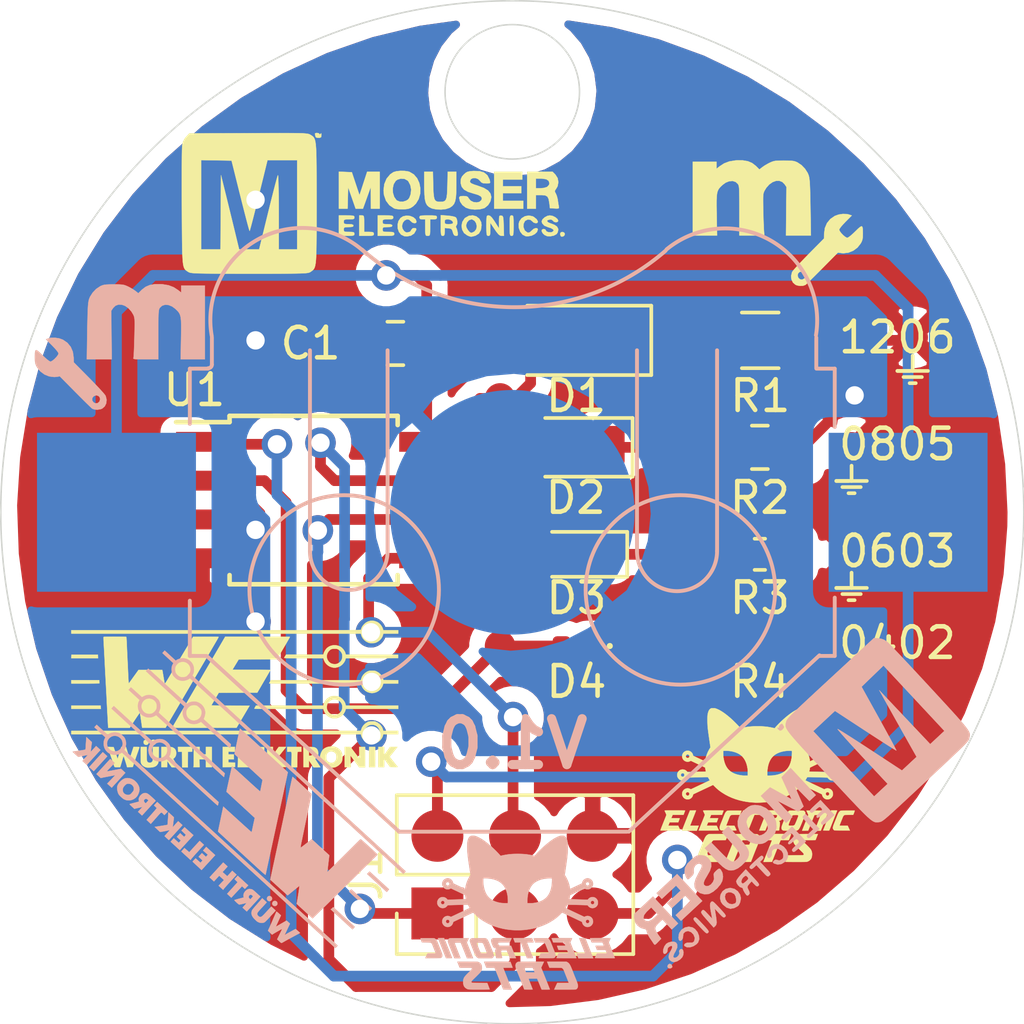
<source format=kicad_pcb>
(kicad_pcb (version 20171130) (host pcbnew "(5.1.0-0)")
  (title_block (title "Soldering challenge") (date 2019-04-10) (rev v1.0) (company "Electronic Cats") (comment 1 "Eduardo Contreras"))
  (layers (0 F.Cu signal hide) (31 B.Cu signal hide) (34 B.Paste user) (35 F.Paste user) (36 B.SilkS user) (37 F.SilkS user) (38 B.Mask user) (39 F.Mask user) (44 Edge.Cuts user))
  (net 0 "")
  (net 1 "Net-(D1-Pad1)")
  (net 2 "Net-(D2-Pad1)")
  (net 3 "Net-(D3-Pad1)")
  (net 4 /PB2)
  (net 5 "Net-(D4-Pad1)")
  (net 6 /PB3)
  (net 7 /PB4)
  (net 8 GND)
  (net 9 /RST)
  (net 10 VCC)
  (net 11 /MOSI)
  (net 12 /MISO)
  (module Aesthetics:wurth (layer B.Cu) (at 133.5532 88.9 137.5)
    (fp_text reference G*** hide)
    (fp_text value LOGO hide)
  )
  (module Aesthetics:wurth (layer F.Cu) (at 133.325 85.175)
    (fp_text reference G*** hide)
    (fp_text value LOGO hide)
  )
  (module Aesthetics:electronic_cats_logo_4x3 (layer F.Cu) (at 150.425 88.15)
    (fp_text reference G*** hide)
    (fp_text value LOGO hide)
  )
  (module Connector_PinHeader_2.54mm:PinHeader_2x03_P2.54mm_Vertical (layer F.Cu) (at 139.95 92.35 90)
    (fp_text reference J1 (at 1.27 -2.33 90) (layer F.SilkS))
    (fp_text value ISP)
    (pad 6 smd oval (at 2.54 5.08 90) (size 1.7 1.7) (layers F.Cu F.Paste F.Mask) (net 8 GND))
    (pad 5 smd oval (at 0 5.08 90) (size 1.7 1.7) (layers F.Cu F.Paste F.Mask) (net 9 /RST))
    (pad 4 smd oval (at 2.54 2.54 90) (size 1.7 1.7) (layers F.Cu F.Paste F.Mask) (net 11 /MOSI))
    (pad 3 smd oval (at 0 2.54 90) (size 1.7 1.7) (layers F.Cu F.Paste F.Mask) (net 4 /PB2))
    (pad 2 smd oval (at 2.54 0 90) (size 1.7 1.7) (layers F.Cu F.Paste F.Mask) (net 10 VCC))
    (pad 1 smd rect (at 0 0 90) (size 1.7 1.7) (layers F.Cu F.Paste F.Mask) (net 12 /MISO))
  )
  (module Aesthetics:makersGDL (layer B.Cu) (at 130.4 73 180)
    (fp_text reference G*** hide)
    (fp_text value LOGO hide)
  )
  (module Aesthetics:mouser (layer B.Cu) (at 151.4348 89.0524 223)
    (fp_text reference G*** hide)
    (fp_text value LOGO hide)
  )
  (module Aesthetics:mouser (layer F.Cu) (at 137.775 69.1)
    (fp_text reference G*** hide)
    (fp_text value LOGO hide)
  )
  (module Aesthetics:electronic_cats_logo_4x3 (layer B.Cu) (at 142.575 92.325 180)
    (fp_text reference G*** hide)
    (fp_text value LOGO hide)
  )
  (module Aesthetics:makersGDL (layer F.Cu) (at 150.25 68.95)
    (fp_text reference G*** hide)
    (fp_text value LOGO hide)
  )
  (module Capacitor_SMD:C_0805_2012Metric_Pad1.15x1.40mm_HandSolder (layer F.Cu) (at 138.575 73.7 180)
    (fp_text reference C1 (at 2.775 0 180) (layer F.SilkS))
    (fp_text value 0.1uF)
    (pad 2 smd roundrect (at 1.025 0 180) (size 1.15 1.4) (layers F.Cu F.Paste F.Mask) (roundrect_rratio 0.217391) (net 8 GND))
    (pad 1 smd roundrect (at -1.025 0 180) (size 1.15 1.4) (layers F.Cu F.Paste F.Mask) (roundrect_rratio 0.217391) (net 10 VCC))
  )
  (module Connectors_EC:TestPoint_Pad_1.0x1.0mm (layer F.Cu) (at 155.5 73.5)
    (fp_text reference TP10)
    (fp_text value GND)
    (pad 1 smd circle (at 0 0) (size 1 1) (layers F.Cu F.Mask) (net 8 GND))
  )
  (module Connectors_EC:TestPoint_Pad_1.0x1.0mm (layer F.Cu) (at 153.5 80.6)
    (fp_text reference TP8)
    (fp_text value GND)
    (pad 1 smd circle (at 0 0) (size 1 1) (layers F.Cu F.Mask) (net 8 GND))
  )
  (module Connectors_EC:TestPoint_Pad_1.0x1.0mm (layer F.Cu) (at 153.5 77.1)
    (fp_text reference TP7)
    (fp_text value GND)
    (pad 1 smd circle (at 0 0) (size 1 1) (layers F.Cu F.Mask) (net 8 GND))
  )
  (module Connectors_EC:TestPoint_Pad_1.0x1.0mm (layer F.Cu) (at 153.5 83.5)
    (fp_text reference TP6)
    (fp_text value GND)
    (pad 1 smd circle (at 0 0) (size 1 1) (layers F.Cu F.Mask) (net 8 GND))
  )
  (module Connectors_EC:TestPoint_Pad_1.0x1.0mm (layer F.Cu) (at 142 83.6)
    (fp_text reference TP4)
    (fp_text value PB3)
    (pad 1 smd circle (at 0 0) (size 1 1) (layers F.Cu F.Mask) (net 6 /PB3))
  )
  (module Connectors_EC:TestPoint_Pad_1.0x1.0mm (layer F.Cu) (at 142 75.5)
    (fp_text reference TP3)
    (fp_text value PB2)
    (pad 1 smd circle (at 0 0) (size 1 1) (layers F.Cu F.Mask) (net 4 /PB2))
  )
  (module Connectors_EC:TestPoint_Pad_1.0x1.0mm (layer F.Cu) (at 142 78.4)
    (fp_text reference TP2)
    (fp_text value PB1)
    (pad 1 smd circle (at 0 0) (size 1 1) (layers F.Cu F.Mask) (net 12 /MISO))
  )
  (module TestPoint:TestPoint_Pad_1.0x1.0mm (layer F.Cu) (at 142 80.6)
    (fp_text reference TP1)
    (fp_text value PB0)
    (pad 1 smd circle (at 0 0) (size 1 1) (layers F.Cu F.Mask) (net 11 /MOSI))
  )
  (module LED_SMD:LED_1206_3216Metric_Pad1.42x1.75mm_HandSolder (layer F.Cu) (at 144.4875 73.6 180)
    (fp_text reference D1 (at 0 -1.82 180) (layer F.SilkS))
    (fp_text value 1206)
    (pad 1 smd roundrect (at -1.4875 0 180) (size 1.425 1.75) (layers F.Cu F.Paste F.Mask) (roundrect_rratio 0.175439) (net 1 "Net-(D1-Pad1)"))
    (pad 2 smd roundrect (at 1.4875 0 180) (size 1.425 1.75) (layers F.Cu F.Paste F.Mask) (roundrect_rratio 0.175439) (net 4 /PB2))
  )
  (module LED_SMD:LED_0805_2012Metric_Pad1.15x1.40mm_HandSolder (layer F.Cu) (at 144.475 77.1 180)
    (fp_text reference D2 (at 0 -1.65 180) (layer F.SilkS))
    (fp_text value 0805)
    (pad 1 smd roundrect (at -1.025 0 180) (size 1.15 1.4) (layers F.Cu F.Paste F.Mask) (roundrect_rratio 0.217391) (net 2 "Net-(D2-Pad1)"))
    (pad 2 smd roundrect (at 1.025 0 180) (size 1.15 1.4) (layers F.Cu F.Paste F.Mask) (roundrect_rratio 0.217391) (net 12 /MISO))
  )
  (module LED_SMD:LED_0603_1608Metric_Pad1.05x0.95mm_HandSolder (layer F.Cu) (at 144.5 80.6 180)
    (fp_text reference D3 (at 0 -1.43 180) (layer F.SilkS))
    (fp_text value 0603)
    (pad 1 smd roundrect (at -0.875 0 180) (size 1.05 0.95) (layers F.Cu F.Paste F.Mask) (net 3 "Net-(D3-Pad1)"))
    (pad 2 smd roundrect (at 0.875 0 180) (size 1.05 0.95) (layers F.Cu F.Paste F.Mask) (net 11 /MOSI))
  )
  (module LED_SMD:LED_0402_1005Metric (layer F.Cu) (at 144.5 83.6 180)
    (fp_text reference D4 (at 0 -1.17 180) (layer F.SilkS))
    (fp_text value 0402)
    (pad 1 smd roundrect (at -0.485 0 180) (size 0.59 0.64) (layers F.Cu F.Paste F.Mask) (net 5 "Net-(D4-Pad1)"))
    (pad 2 smd roundrect (at 0.485 0 180) (size 0.59 0.64) (layers F.Cu F.Paste F.Mask) (net 6 /PB3))
  )
  (module Resistor_SMD:R_1206_3216Metric_Pad1.42x1.75mm_HandSolder (layer F.Cu) (at 150.5125 73.6 180)
    (fp_text reference R1 (at 0 -1.82 180) (layer F.SilkS))
    (fp_text value 1206)
    (pad 1 smd roundrect (at -1.4875 0 180) (size 1.425 1.75) (layers F.Cu F.Paste F.Mask) (roundrect_rratio 0.175439) (net 8 GND))
    (pad 2 smd roundrect (at 1.4875 0 180) (size 1.425 1.75) (layers F.Cu F.Paste F.Mask) (roundrect_rratio 0.175439) (net 1 "Net-(D1-Pad1)"))
  )
  (module Resistor_SMD:R_0805_2012Metric_Pad1.15x1.40mm_HandSolder (layer F.Cu) (at 150.5 77.1 180)
    (fp_text reference R2 (at 0 -1.65 180) (layer F.SilkS))
    (fp_text value 0805)
    (pad 1 smd roundrect (at -1.025 0 180) (size 1.15 1.4) (layers F.Cu F.Paste F.Mask) (roundrect_rratio 0.217391) (net 8 GND))
    (pad 2 smd roundrect (at 1.025 0 180) (size 1.15 1.4) (layers F.Cu F.Paste F.Mask) (roundrect_rratio 0.217391) (net 2 "Net-(D2-Pad1)"))
  )
  (module Resistor_SMD:R_0603_1608Metric_Pad1.05x0.95mm_HandSolder (layer F.Cu) (at 150.5 80.6 180)
    (fp_text reference R3 (at 0 -1.43 180) (layer F.SilkS))
    (fp_text value 0603)
    (pad 1 smd roundrect (at -0.875 0 180) (size 1.05 0.95) (layers F.Cu F.Paste F.Mask) (net 8 GND))
    (pad 2 smd roundrect (at 0.875 0 180) (size 1.05 0.95) (layers F.Cu F.Paste F.Mask) (net 3 "Net-(D3-Pad1)"))
  )
  (module Resistor_SMD:R_0402_1005Metric (layer F.Cu) (at 150.5 83.6 180)
    (fp_text reference R4 (at 0 -1.17 180) (layer F.SilkS))
    (fp_text value 0402)
    (pad 1 smd roundrect (at -0.485 0 180) (size 0.59 0.64) (layers F.Cu F.Paste F.Mask) (net 8 GND))
    (pad 2 smd roundrect (at 0.485 0 180) (size 0.59 0.64) (layers F.Cu F.Paste F.Mask) (net 5 "Net-(D4-Pad1)"))
  )
  (module Package_SO:SOIJ-8_5.3x5.3mm_P1.27mm (layer F.Cu) (at 135.9 78.825)
    (fp_text reference U1 (at -3.9 -3.6) (layer F.SilkS))
    (fp_text value ATtiny85-20SU)
    (pad 1 smd rect (at -3.65 -1.905) (size 1.7 0.65) (layers F.Cu F.Paste F.Mask) (net 9 /RST))
    (pad 2 smd rect (at -3.65 -0.635) (size 1.7 0.65) (layers F.Cu F.Paste F.Mask) (net 6 /PB3))
    (pad 3 smd rect (at -3.65 0.635) (size 1.7 0.65) (layers F.Cu F.Paste F.Mask) (net 7 /PB4))
    (pad 4 smd rect (at -3.65 1.905) (size 1.7 0.65) (layers F.Cu F.Paste F.Mask) (net 8 GND))
    (pad 5 smd rect (at 3.65 1.905) (size 1.7 0.65) (layers F.Cu F.Paste F.Mask) (net 11 /MOSI))
    (pad 6 smd rect (at 3.65 0.635) (size 1.7 0.65) (layers F.Cu F.Paste F.Mask) (net 12 /MISO))
    (pad 7 smd rect (at 3.65 -0.635) (size 1.7 0.65) (layers F.Cu F.Paste F.Mask) (net 4 /PB2))
    (pad 8 smd rect (at 3.65 -1.905) (size 1.7 0.65) (layers F.Cu F.Paste F.Mask) (net 10 VCC))
  )
  (module Connectors_EC:79523141 (layer B.Cu) (at 142.4 79.225 180)
    (fp_text reference BT1 hide)
    (fp_text value Battery_Cell)
    (pad 1 smd rect (at 12.95 0 180) (size 5.2 5.2) (layers B.Cu B.Paste B.Mask) (net 10 VCC))
    (pad 2 smd circle (at 0 0 180) (size 8 8) (layers B.Cu B.Paste B.Mask) (net 8 GND))
    (pad 1 smd rect (at -12.95 0) (size 5.2 5.2) (layers B.Cu B.Paste B.Mask) (net 10 VCC))
  )
  (gr_text V1.0 (at 142.4 86.8) (layer B.SilkS) (effects (font (size 1.5 1.5) (thickness 0.3)) (justify mirror)))
  (gr_circle (center 142.4 65.468333) (end 144.6 65.468333) (layer Edge.Cuts) (width 0.05))
  (gr_line (start 155.4 75) (end 155.6 75) (layer F.SilkS) (width 0.12))
  (gr_line (start 155 74.6) (end 156 74.6) (layer F.SilkS) (width 0.12))
  (gr_line (start 155.4 74.6) (end 155 74.6) (layer F.SilkS) (width 0.12))
  (gr_line (start 155.5 74.1) (end 155.5 74.6) (layer F.SilkS) (width 0.12))
  (gr_line (start 155.2 74.8) (end 155.8 74.8) (layer F.SilkS) (width 0.12))
  (gr_line (start 153 84.6) (end 154 84.6) (layer F.SilkS) (width 0.12))
  (gr_line (start 153.4 84.6) (end 153 84.6) (layer F.SilkS) (width 0.12))
  (gr_line (start 153.2 84.8) (end 153.8 84.8) (layer F.SilkS) (width 0.12))
  (gr_line (start 153.4 85) (end 153.6 85) (layer F.SilkS) (width 0.12))
  (gr_line (start 153.5 84.1) (end 153.5 84.6) (layer F.SilkS) (width 0.12))
  (gr_line (start 153.4 81.7) (end 153 81.7) (layer F.SilkS) (width 0.12))
  (gr_line (start 153.4 82.1) (end 153.6 82.1) (layer F.SilkS) (width 0.12))
  (gr_line (start 153.2 81.9) (end 153.8 81.9) (layer F.SilkS) (width 0.12))
  (gr_line (start 153.5 81.2) (end 153.5 81.7) (layer F.SilkS) (width 0.12))
  (gr_line (start 153 81.7) (end 154 81.7) (layer F.SilkS) (width 0.12))
  (gr_line (start 153.4 78.2) (end 153 78.2) (layer F.SilkS) (width 0.12))
  (gr_line (start 153.2 78.4) (end 153.8 78.4) (layer F.SilkS) (width 0.12))
  (gr_line (start 153.4 78.6) (end 153.6 78.6) (layer F.SilkS) (width 0.12))
  (gr_line (start 153.5 77.7) (end 153.5 78.2) (layer F.SilkS) (width 0.12))
  (gr_line (start 153 78.2) (end 154 78.2) (layer F.SilkS) (width 0.12))
  (gr_text 0402 (at 155 83.5) (layer F.SilkS) (effects (font (size 1 1))))
  (gr_text 0603 (at 155 80.5) (layer F.SilkS) (effects (font (size 1 1))))
  (gr_text 0805 (at 155 77) (layer F.SilkS) (effects (font (size 1 1))))
  (gr_text 1206 (at 155 73.5) (layer F.SilkS) (effects (font (size 1 1))))
  (gr_circle (center 142.4 79.225) (end 159.125 79.825) (layer Edge.Cuts) (width 0.05))
  (segment (start 145.975 73.6) (end 148.9 73.6) (width 0.35) (layer F.Cu) (net 1))
  (segment (start 148.9 73.6) (end 149.025 73.6) (width 0.35) (layer F.Cu) (net 1))
  (segment (start 148.8 77.1) (end 145.5 77.1) (width 0.35) (layer F.Cu) (net 2))
  (segment (start 149.475 77.1) (end 148.8 77.1) (width 0.35) (layer F.Cu) (net 2))
  (segment (start 145.375 80.6) (end 149.625 80.6) (width 0.35) (layer F.Cu) (net 3))
  (segment (start 139.508 78.232) (end 139.55 78.19) (width 0.35) (layer F.Cu) (net 4))
  (segment (start 141.342894 75.5) (end 142.05 75.5) (width 0.35) (layer F.Cu) (net 4))
  (segment (start 141.1325 77.8075) (end 141.1325 75.710394) (width 0.35) (layer F.Cu) (net 4))
  (segment (start 141.1325 75.710394) (end 141.342894 75.5) (width 0.35) (layer F.Cu) (net 4))
  (segment (start 140.75 78.19) (end 141.1325 77.8075) (width 0.35) (layer F.Cu) (net 4))
  (segment (start 139.55 78.19) (end 140.75 78.19) (width 0.35) (layer F.Cu) (net 4))
  (segment (start 142.05 75.5) (end 142.5 75.5) (width 0.35) (layer F.Cu) (net 4))
  (segment (start 143 75) (end 143 74.7) (width 0.35) (layer F.Cu) (net 4))
  (segment (start 142.5 75.5) (end 143 75) (width 0.35) (layer F.Cu) (net 4))
  (segment (start 143 73.6) (end 143 74.7) (width 0.35) (layer F.Cu) (net 4))
  (via (at 136.125 76.95) (size 1) (drill 0.6) (layers F.Cu B.Cu) (net 4))
  (segment (start 139.55 78.19) (end 136.59 78.19) (width 0.35) (layer F.Cu) (net 4))
  (segment (start 136.125 77.725) (end 136.125 76.95) (width 0.35) (layer F.Cu) (net 4))
  (segment (start 136.59 78.19) (end 136.125 77.725) (width 0.35) (layer F.Cu) (net 4))
  (segment (start 136.899999 82.729999) (end 136.899999 85.632543) (width 0.35) (layer B.Cu) (net 4))
  (via (at 137.792467 86.525011) (size 1) (drill 0.6) (layers F.Cu B.Cu) (net 4))
  (segment (start 136.899999 85.632543) (end 137.292468 86.025012) (width 0.35) (layer B.Cu) (net 4))
  (segment (start 137.292468 86.025012) (end 137.792467 86.525011) (width 0.35) (layer B.Cu) (net 4))
  (segment (start 136.125 76.95) (end 136.914001 77.739001) (width 0.35) (layer B.Cu) (net 4))
  (segment (start 136.914001 77.739001) (end 136.914001 82.715997) (width 0.35) (layer B.Cu) (net 4))
  (segment (start 136.914001 82.715997) (end 136.899999 82.729999) (width 0.35) (layer B.Cu) (net 4))
  (segment (start 137.292468 87.02501) (end 137.792467 86.525011) (width 0.35) (layer F.Cu) (net 4))
  (segment (start 136.398 87.919478) (end 137.292468 87.02501) (width 0.35) (layer F.Cu) (net 4))
  (segment (start 137.294493 94.742) (end 136.398 93.845507) (width 0.35) (layer F.Cu) (net 4))
  (segment (start 136.398 93.845507) (end 136.398 87.919478) (width 0.35) (layer F.Cu) (net 4))
  (segment (start 142.49 92.35) (end 142.49 93.96) (width 0.35) (layer F.Cu) (net 4))
  (segment (start 142.49 93.96) (end 141.708 94.742) (width 0.35) (layer F.Cu) (net 4))
  (segment (start 141.708 94.742) (end 137.294493 94.742) (width 0.35) (layer F.Cu) (net 4))
  (segment (start 149.62 83.6) (end 144.985 83.6) (width 0.35) (layer F.Cu) (net 5))
  (segment (start 150.015 83.6) (end 149.62 83.6) (width 0.35) (layer F.Cu) (net 5))
  (segment (start 144.015 83.6) (end 142 83.6) (width 0.35) (layer F.Cu) (net 6))
  (segment (start 133.45 78.19) (end 132.25 78.19) (width 0.35) (layer F.Cu) (net 6))
  (segment (start 135 85.05) (end 135 78.9) (width 0.35) (layer F.Cu) (net 6))
  (segment (start 135 78.9) (end 134.29 78.19) (width 0.35) (layer F.Cu) (net 6))
  (segment (start 142 83.6) (end 139.949999 85.650001) (width 0.35) (layer F.Cu) (net 6))
  (segment (start 139.949999 85.650001) (end 135.600001 85.650001) (width 0.35) (layer F.Cu) (net 6))
  (segment (start 135.600001 85.650001) (end 135 85.05) (width 0.35) (layer F.Cu) (net 6))
  (segment (start 134.29 78.19) (end 133.45 78.19) (width 0.35) (layer F.Cu) (net 6))
  (segment (start 152 73.6) (end 153.6 73.6) (width 0.35) (layer F.Cu) (net 8))
  (via (at 153.6 75.4) (size 1) (drill 0.6) (layers F.Cu B.Cu) (net 8))
  (segment (start 151.9 77.1) (end 153.6 75.4) (width 0.35) (layer F.Cu) (net 8))
  (segment (start 151.525 77.1) (end 151.9 77.1) (width 0.35) (layer F.Cu) (net 8))
  (segment (start 136.8 73.7) (end 134.7 73.7) (width 0.35) (layer F.Cu) (net 8))
  (segment (start 136.8 73.7) (end 134.1 73.7) (width 0.35) (layer F.Cu) (net 8))
  (segment (start 155.4 73.6) (end 155.5 73.5) (width 0.35) (layer F.Cu) (net 8))
  (segment (start 152 73.6) (end 155.4 73.6) (width 0.35) (layer F.Cu) (net 8))
  (segment (start 132.25 80.73) (end 133.07 80.73) (width 0.35) (layer F.Cu) (net 8))
  (segment (start 133.07 80.73) (end 134 79.8) (width 0.35) (layer F.Cu) (net 8))
  (via (at 134 79.8) (size 1) (drill 0.6) (layers F.Cu B.Cu) (net 8))
  (via (at 134 82.8) (size 1) (drill 0.6) (layers F.Cu B.Cu) (net 8))
  (segment (start 134 79.8) (end 134 82.8) (width 0.35) (layer B.Cu) (net 8))
  (via (at 134 69) (size 1) (drill 0.6) (layers F.Cu B.Cu) (net 8))
  (segment (start 134 73.6) (end 134 69) (width 0.35) (layer F.Cu) (net 8))
  (via (at 134 73.6) (size 1) (drill 0.6) (layers F.Cu B.Cu) (net 8))
  (segment (start 134.1 73.7) (end 134 73.6) (width 0.35) (layer F.Cu) (net 8))
  (segment (start 137.55 73.7) (end 134.1 73.7) (width 0.35) (layer F.Cu) (net 8))
  (segment (start 142.4 79.225) (end 146.399999 83.224999) (width 0.35) (layer B.Cu) (net 8))
  (segment (start 146.399999 83.224999) (end 146.399999 85.475001) (width 0.35) (layer B.Cu) (net 8))
  (segment (start 146.399999 85.475001) (end 144.85 87.025) (width 0.35) (layer B.Cu) (net 8))
  (segment (start 144.85 87.025) (end 141.35 87.025) (width 0.35) (layer B.Cu) (net 8))
  (segment (start 139.1 84.775) (end 137.8 84.775) (width 0.35) (layer B.Cu) (net 8))
  (segment (start 141.35 87.025) (end 139.1 84.775) (width 0.35) (layer B.Cu) (net 8))
  (via (at 137.8 84.775) (size 1) (drill 0.6) (layers F.Cu B.Cu) (net 8))
  (via (at 134.7 77) (size 1) (drill 0.6) (layers F.Cu B.Cu) (net 9))
  (segment (start 132.33 77) (end 132.25 76.92) (width 0.35) (layer F.Cu) (net 9))
  (segment (start 134.7 77) (end 132.33 77) (width 0.35) (layer F.Cu) (net 9))
  (segment (start 134.7 78.65) (end 135.16399 79.11399) (width 0.35) (layer B.Cu) (net 9))
  (segment (start 134.7 77) (end 134.7 78.65) (width 0.35) (layer B.Cu) (net 9))
  (segment (start 135.16399 92.99999) (end 135.16399 79.11399) (width 0.35) (layer B.Cu) (net 9))
  (segment (start 136.564001 94.400001) (end 135.9445 93.7805) (width 0.35) (layer B.Cu) (net 9))
  (segment (start 135.9445 93.7805) (end 135.16399 92.99999) (width 0.35) (layer B.Cu) (net 9))
  (segment (start 145.03 92.35) (end 146.85 92.35) (width 0.35) (layer F.Cu) (net 9))
  (via (at 147.8 90.6) (size 1) (drill 0.6) (layers F.Cu B.Cu) (net 9))
  (segment (start 147.8 91.4) (end 147.8 90.6) (width 0.35) (layer F.Cu) (net 9))
  (segment (start 146.85 92.35) (end 147.8 91.4) (width 0.35) (layer F.Cu) (net 9))
  (segment (start 147.8 90.6) (end 147.8 93.6) (width 0.35) (layer B.Cu) (net 9))
  (segment (start 146.999999 94.400001) (end 147.8 93.6) (width 0.35) (layer B.Cu) (net 9))
  (segment (start 144.000001 94.400001) (end 146.999999 94.400001) (width 0.35) (layer B.Cu) (net 9))
  (segment (start 144.000001 94.400001) (end 136.564001 94.400001) (width 0.35) (layer B.Cu) (net 9))
  (segment (start 129.45 72.675) (end 129.45 79.225) (width 0.35) (layer B.Cu) (net 10))
  (segment (start 130.65 71.475) (end 129.45 72.675) (width 0.35) (layer B.Cu) (net 10))
  (segment (start 139.6 76.87) (end 139.55 76.92) (width 0.35) (layer F.Cu) (net 10))
  (segment (start 139.6 73.7) (end 139.6 76.87) (width 0.35) (layer F.Cu) (net 10))
  (via (at 138.275 71.475) (size 1) (drill 0.6) (layers F.Cu B.Cu) (net 10))
  (segment (start 138.275 71.475) (end 130.65 71.475) (width 0.35) (layer B.Cu) (net 10))
  (segment (start 139.6 73.7) (end 139.6 71.8) (width 0.35) (layer F.Cu) (net 10))
  (segment (start 139.275 71.475) (end 138.275 71.475) (width 0.35) (layer F.Cu) (net 10))
  (segment (start 139.6 71.8) (end 139.275 71.475) (width 0.35) (layer F.Cu) (net 10))
  (segment (start 140.05 71.475) (end 138.275 71.475) (width 0.35) (layer B.Cu) (net 10))
  (segment (start 154.275 71.475) (end 140.05 71.475) (width 0.35) (layer B.Cu) (net 10))
  (segment (start 155.35 72.55) (end 154.275 71.475) (width 0.35) (layer B.Cu) (net 10))
  (segment (start 155.35 79.225) (end 155.35 72.55) (width 0.35) (layer B.Cu) (net 10))
  (segment (start 139.95 89.81) (end 139.95 88.45) (width 0.35) (layer F.Cu) (net 10))
  (via (at 139.747944 87.385396) (size 1) (drill 0.6) (layers F.Cu B.Cu) (net 10))
  (segment (start 139.95 89.81) (end 139.95 87.587452) (width 0.35) (layer F.Cu) (net 10))
  (segment (start 139.95 87.587452) (end 139.747944 87.385396) (width 0.35) (layer F.Cu) (net 10))
  (segment (start 155.35 86.175) (end 155.35 79.225) (width 0.35) (layer B.Cu) (net 10))
  (segment (start 140.247943 87.885395) (end 153.639605 87.885395) (width 0.35) (layer B.Cu) (net 10))
  (segment (start 153.639605 87.885395) (end 155.35 86.175) (width 0.35) (layer B.Cu) (net 10))
  (segment (start 139.747944 87.385396) (end 140.247943 87.885395) (width 0.35) (layer B.Cu) (net 10))
  (segment (start 143.625 80.6) (end 142.1 80.6) (width 0.35) (layer F.Cu) (net 11))
  (segment (start 141.87 80.73) (end 142 80.6) (width 0.35) (layer F.Cu) (net 11))
  (segment (start 139.55 80.73) (end 141.87 80.73) (width 0.35) (layer F.Cu) (net 11))
  (segment (start 138.35 80.73) (end 137.7 81.38) (width 0.35) (layer F.Cu) (net 11))
  (segment (start 139.55 80.73) (end 138.35 80.73) (width 0.35) (layer F.Cu) (net 11))
  (segment (start 137.7 83.075) (end 137.775 83.15) (width 0.35) (layer F.Cu) (net 11))
  (via (at 137.775 83.15) (size 1) (drill 0.6) (layers F.Cu B.Cu) (net 11))
  (segment (start 137.7 81.38) (end 137.7 83.075) (width 0.35) (layer F.Cu) (net 11))
  (via (at 142.425 85.925) (size 1) (drill 0.6) (layers F.Cu B.Cu) (net 11))
  (segment (start 142.425 89.745) (end 142.49 89.81) (width 0.35) (layer F.Cu) (net 11))
  (segment (start 142.425 85.925) (end 142.425 89.745) (width 0.35) (layer F.Cu) (net 11))
  (segment (start 137.775 83.15) (end 139.65 83.15) (width 0.35) (layer B.Cu) (net 11))
  (segment (start 141.925001 85.425001) (end 142.425 85.925) (width 0.35) (layer B.Cu) (net 11))
  (segment (start 139.65 83.15) (end 141.925001 85.425001) (width 0.35) (layer B.Cu) (net 11))
  (via (at 137.414 92.202) (size 1) (drill 0.6) (layers F.Cu B.Cu) (net 12))
  (segment (start 137.562 92.35) (end 137.414 92.202) (width 0.35) (layer F.Cu) (net 12))
  (segment (start 139.95 92.35) (end 137.562 92.35) (width 0.35) (layer F.Cu) (net 12))
  (via (at 136.038991 79.819712) (size 1) (drill 0.6) (layers F.Cu B.Cu) (net 12))
  (segment (start 136.398703 79.46) (end 136.038991 79.819712) (width 0.35) (layer F.Cu) (net 12))
  (segment (start 139.55 79.46) (end 136.398703 79.46) (width 0.35) (layer F.Cu) (net 12))
  (segment (start 137.414 92.202) (end 136.024998 90.812998) (width 0.35) (layer B.Cu) (net 12))
  (segment (start 136.024998 90.812998) (end 136.024998 80.540811) (width 0.35) (layer B.Cu) (net 12))
  (segment (start 136.024998 80.540811) (end 136.038991 80.526818) (width 0.35) (layer B.Cu) (net 12))
  (segment (start 136.038991 80.526818) (end 136.038991 79.819712) (width 0.35) (layer B.Cu) (net 12))
  (segment (start 142.05 78.4) (end 142.15 78.4) (width 0.35) (layer F.Cu) (net 12))
  (segment (start 140.94 79.46) (end 139.55 79.46) (width 0.35) (layer F.Cu) (net 12))
  (segment (start 142 78.4) (end 140.94 79.46) (width 0.35) (layer F.Cu) (net 12))
  (segment (start 142.35 77.1) (end 143.45 77.1) (width 0.35) (layer F.Cu) (net 12))
  (segment (start 142 77.45) (end 142.35 77.1) (width 0.35) (layer F.Cu) (net 12))
  (segment (start 142 78.4) (end 142 77.45) (width 0.35) (layer F.Cu) (net 12))
  (zone (net 8) (net_name GND) (layer F.Cu) (connect_pads (clearance 0.508)) (min_thickness 0.254) (fill yes (arc_segments 32) (thermal_gap 0.508) (thermal_bridge_width 0.508))
    (polygon (pts (xy 125 62.5) (xy 160 62.5) (xy 160 97.5) (xy 125 97.5)))
  )
  (zone (net 8) (net_name GND) (layer B.Cu) (connect_pads (clearance 0.508)) (min_thickness 0.254) (fill yes (arc_segments 32) (thermal_gap 0.508) (thermal_bridge_width 0.508))
    (polygon (pts (xy 125 62.5) (xy 160 62.5) (xy 160 97.5) (xy 125 97.5)))
  )
)
</source>
